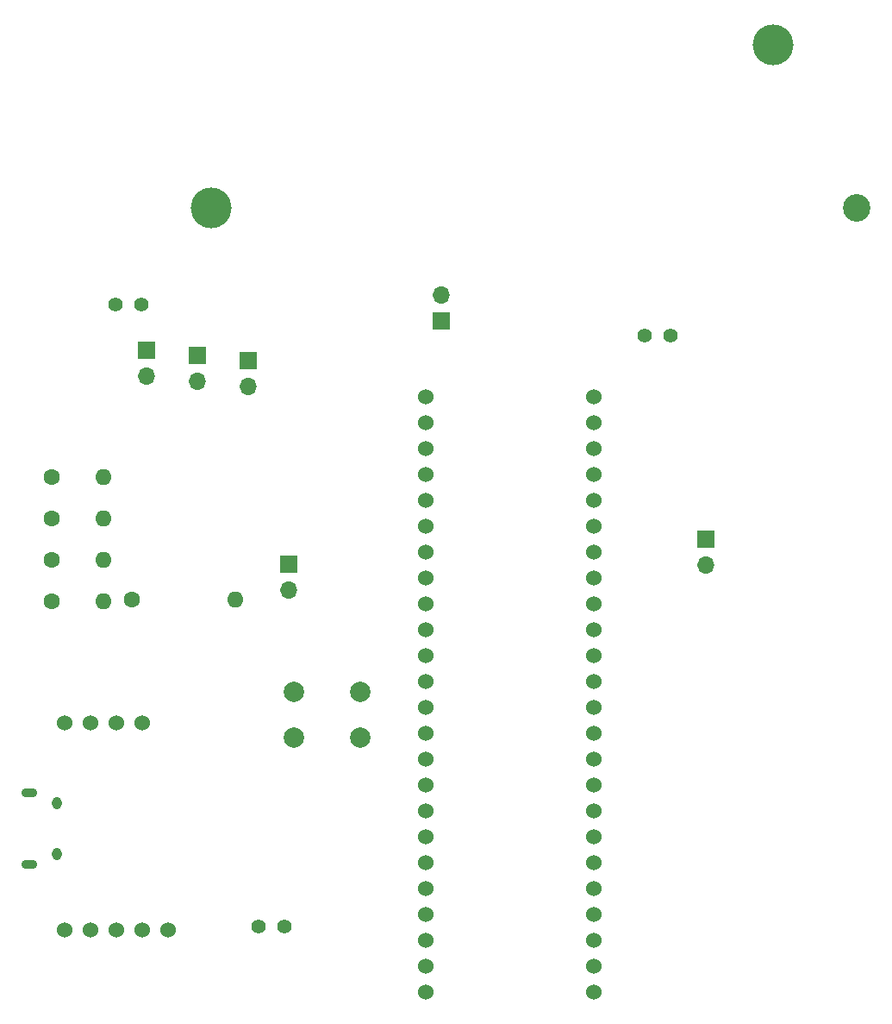
<source format=gbr>
%TF.GenerationSoftware,KiCad,Pcbnew,(7.0.0)*%
%TF.CreationDate,2023-04-27T10:38:24+02:00*%
%TF.ProjectId,overall scematic,6f766572-616c-46c2-9073-63656d617469,rev?*%
%TF.SameCoordinates,Original*%
%TF.FileFunction,Soldermask,Bot*%
%TF.FilePolarity,Negative*%
%FSLAX46Y46*%
G04 Gerber Fmt 4.6, Leading zero omitted, Abs format (unit mm)*
G04 Created by KiCad (PCBNEW (7.0.0)) date 2023-04-27 10:38:24*
%MOMM*%
%LPD*%
G01*
G04 APERTURE LIST*
%ADD10C,1.400000*%
%ADD11C,1.600000*%
%ADD12O,1.600000X1.600000*%
%ADD13R,1.700000X1.700000*%
%ADD14O,1.700000X1.700000*%
%ADD15C,4.000000*%
%ADD16C,2.700000*%
%ADD17O,1.550000X0.890000*%
%ADD18O,0.950000X1.250000*%
%ADD19C,1.524000*%
%ADD20C,2.000000*%
G04 APERTURE END LIST*
D10*
%TO.C,TP3*%
X120000000Y-81000000D03*
X122540000Y-81000000D03*
%TD*%
D11*
%TO.C,R5*%
X113712000Y-106005000D03*
D12*
X118791999Y-106004999D03*
%TD*%
D13*
%TO.C,J19*%
X177999999Y-103999999D03*
D14*
X177999999Y-106539999D03*
%TD*%
D15*
%TO.C,BT1*%
X129400000Y-71475000D03*
X184600000Y-55475000D03*
D16*
X192820000Y-71475000D03*
%TD*%
D10*
%TO.C,TP1*%
X134000000Y-142000000D03*
X136540000Y-142000000D03*
%TD*%
D17*
%TO.C,J1*%
X111499999Y-128899999D03*
D18*
X114199999Y-129899999D03*
X114199999Y-134899999D03*
D17*
X111499999Y-135899999D03*
%TD*%
D11*
%TO.C,R4*%
X113712000Y-101955000D03*
D12*
X118791999Y-101954999D03*
%TD*%
D11*
%TO.C,R6*%
X113712000Y-110055000D03*
D12*
X118791999Y-110054999D03*
%TD*%
D13*
%TO.C,J6*%
X136999999Y-106459999D03*
D14*
X136999999Y-108999999D03*
%TD*%
D19*
%TO.C,U3*%
X125160000Y-142320000D03*
X122620000Y-142320000D03*
X120080000Y-142320000D03*
X117540000Y-142320000D03*
X115000000Y-142320000D03*
X122620000Y-122000000D03*
X120080000Y-122000000D03*
X117540000Y-122000000D03*
X115000000Y-122000000D03*
%TD*%
D20*
%TO.C,SW1*%
X137500000Y-119000000D03*
X144000000Y-119000000D03*
X137500000Y-123500000D03*
X144000000Y-123500000D03*
%TD*%
D13*
%TO.C,J7*%
X127999999Y-85999999D03*
D14*
X127999999Y-88539999D03*
%TD*%
D10*
%TO.C,TP2*%
X172000000Y-84000000D03*
X174540000Y-84000000D03*
%TD*%
D11*
%TO.C,R1*%
X121632000Y-109905000D03*
D12*
X131791999Y-109904999D03*
%TD*%
D19*
%TO.C,J9*%
X150490000Y-90000000D03*
X150490000Y-92540000D03*
X150490000Y-95080000D03*
X150490000Y-97620000D03*
X150490000Y-100160000D03*
X150490000Y-102700000D03*
X150490000Y-105240000D03*
X150490000Y-107780000D03*
X150490000Y-110320000D03*
X150490000Y-112860000D03*
X150490000Y-115400000D03*
X150490000Y-117940000D03*
X150490000Y-120480000D03*
X150490000Y-123020000D03*
X150490000Y-125560000D03*
X150490000Y-128100000D03*
X150490000Y-130640000D03*
X150490000Y-133180000D03*
X150490000Y-135720000D03*
X150490000Y-138260000D03*
X150490000Y-140800000D03*
X150490000Y-143340000D03*
X150490000Y-145880000D03*
X150490000Y-148420000D03*
X167000000Y-148420000D03*
X167000000Y-145880000D03*
X167000000Y-143340000D03*
X167000000Y-140800000D03*
X167000000Y-138260000D03*
X167000000Y-135720000D03*
X167000000Y-133180000D03*
X167000000Y-130640000D03*
X167000000Y-128100000D03*
X167000000Y-125560000D03*
X167000000Y-123020000D03*
X167000000Y-120480000D03*
X167000000Y-117940000D03*
X167000000Y-115400000D03*
X167000000Y-112860000D03*
X167000000Y-110320000D03*
X167000000Y-107780000D03*
X167000000Y-105240000D03*
X167000000Y-102700000D03*
X167000000Y-100160000D03*
X167000000Y-97620000D03*
X167000000Y-95080000D03*
X167000000Y-92540000D03*
X167000000Y-90000000D03*
%TD*%
D13*
%TO.C,J2*%
X151999999Y-82539999D03*
D14*
X151999999Y-79999999D03*
%TD*%
D11*
%TO.C,R3*%
X113712000Y-97905000D03*
D12*
X118791999Y-97904999D03*
%TD*%
D13*
%TO.C,J5*%
X122999999Y-85459999D03*
D14*
X122999999Y-87999999D03*
%TD*%
D13*
%TO.C,J4*%
X132999999Y-86459999D03*
D14*
X132999999Y-88999999D03*
%TD*%
M02*

</source>
